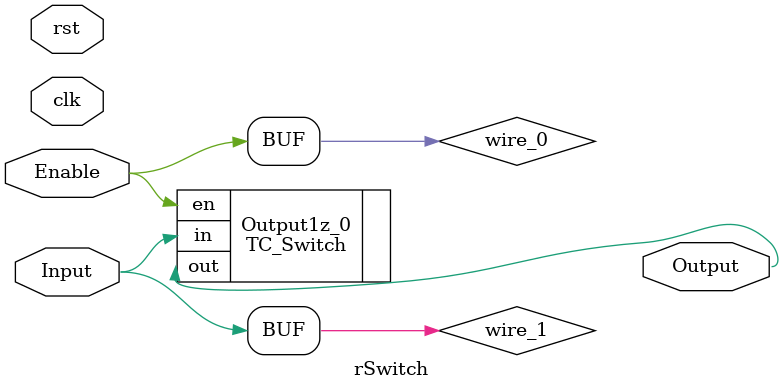
<source format=v>
module rSwitch (clk, rst, Input, Enable, Output);
  parameter UUID = 0;
  parameter NAME = "";
  input wire clk;
  input wire rst;

  input  wire [0:0] Input;
  input  wire [0:0] Enable;
  output  wire [0:0] Output;

  TC_Switch # (.UUID(64'd322785536489201904 ^ UUID), .BIT_WIDTH(64'd1)) Output1z_0 (.en(wire_0), .in(wire_1), .out(Output));
  TC_Constant # (.UUID(64'd2625550994847588994 ^ UUID), .BIT_WIDTH(64'd1), .value(1'd1)) On_1 (.out());

  wire [0:0] wire_0;
  assign wire_0 = Enable;
  wire [0:0] wire_1;
  assign wire_1 = Input;

endmodule

</source>
